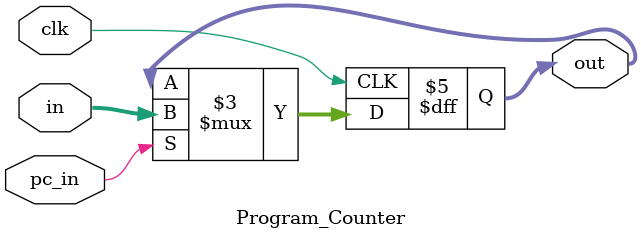
<source format=v>
`timescale 1ns / 1ps


module Program_Counter(clk, in, pc_in, out);
    input pc_in, clk;
    input [31:0] in;
    output reg [31:0] out;
    
    initial out <= 0;
    always @(posedge clk) begin
        if (pc_in) out <= in;
    end
endmodule


</source>
